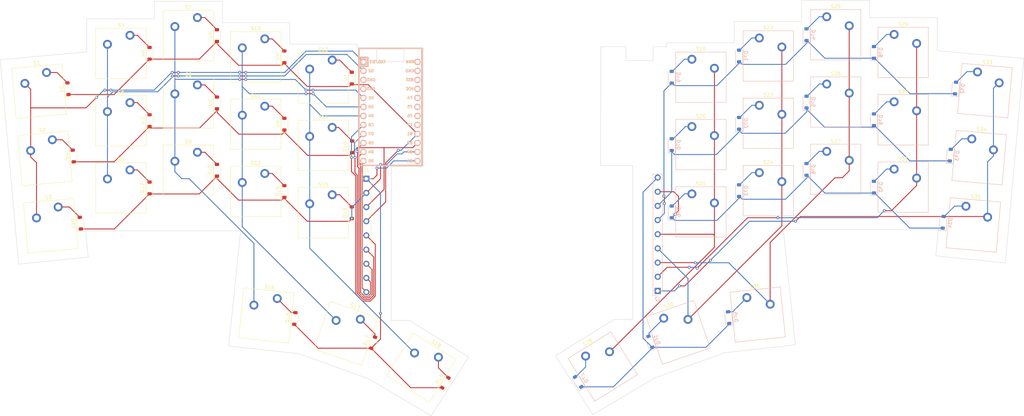
<source format=kicad_pcb>
(kicad_pcb (version 20221018) (generator pcbnew)
  (layers (0 "F.Cu" signal) (31 "B.Cu" signal) (34 "B.Paste" user) (35 "F.Paste" user) (36 "B.SilkS" user "B.Silkscreen") (37 "F.SilkS" user "F.Silkscreen") (38 "B.Mask" user) (39 "F.Mask" user) (44 "Edge.Cuts" user))
  (net 0 "")
  (net 1 "R4")
  (net 2 "Net-(D1-A)")
  (net 3 "Net-(D2-A)")
  (net 4 "Net-(D3-A)")
  (net 5 "Net-(D4-A)")
  (net 7 "Net-(D5-A)")
  (net 8 "R3")
  (net 9 "Net-(D6-A)")
  (net 10 "Net-(D7-A)")
  (net 11 "Net-(D8-A)")
  (net 12 "Net-(D9-A)")
  (net 13 "Net-(D10-A)")
  (net 14 "R2")
  (net 15 "Net-(D11-A)")
  (net 16 "Net-(D12-A)")
  (net 17 "Net-(D13-A)")
  (net 18 "Net-(D14-A)")
  (net 19 "Net-(D15-A)")
  (net 20 "R1")
  (net 21 "Net-(D16-A)")
  (net 22 "Net-(D17-A)")
  (net 23 "Net-(D18-A)")
  (net 24 "Net-(D19-A)")
  (net 25 "Net-(D20-A)")
  (net 26 "Net-(D21-A)")
  (net 27 "Net-(D22-A)")
  (net 28 "Net-(D23-A)")
  (net 29 "Net-(D24-A)")
  (net 30 "Net-(D25-A)")
  (net 31 "Net-(D26-A)")
  (net 32 "Net-(D27-A)")
  (net 33 "Net-(D28-A)")
  (net 34 "Net-(D29-A)")
  (net 35 "Net-(D30-A)")
  (net 36 "Net-(D31-A)")
  (net 37 "Net-(D32-A)")
  (net 38 "Net-(D33-A)")
  (net 39 "Net-(D34-A)")
  (net 40 "Net-(D35-A)")
  (net 41 "Net-(D36-A)")
  (net 42 "C6")
  (net 43 "C7")
  (net 44 "C8")
  (net 45 "C9")
  (net 46 "C10")
  (net 47 "C1")
  (net 48 "C2")
  (net 49 "C3")
  (net 50 "C4")
  (net 51 "C5")
  (footprint "Diode_SMD:D_SOD-123" (layer "F.Cu") (at 88.9 95.603631 90)
    (fp_text reference "D14")
    (fp_text value "D_Small")
  )
  (footprint "Diode_SMD:D_SOD-123" (layer "F.Cu") (at 88.9 57.603631 90)
    (fp_text reference "D4")
    (fp_text value "D_Small")
  )
  (footprint "Switch_Keyboard_Cherry_MX:SW_Cherry_MX_PCB_1.00u" (layer "F.Cu") (at 61.847381 70.603631)
    (fp_text reference "S8")
    (fp_text value "SW_Push")
  )
  (footprint "Switch_Keyboard_Cherry_MX:SW_Cherry_MX_PCB_1.00u" (layer "F.Cu") (at 80.847381 76.603631)
    (fp_text reference "S11")
    (fp_text value "SW_Push")
  )
  (footprint "Diode_SMD:D_SOD-123" (layer "F.Cu") (at 29.382957 85.577738 95)
    (fp_text reference "D6")
    (fp_text value "D_Small")
  )
  (footprint "Diode_SMD:D_SOD-123" (layer "F.Cu") (at 91.853649 131.434063 84)
    (fp_text reference "D16")
    (fp_text value "D_Small")
  )
  (footprint "Switch_Keyboard_Cherry_MX:SW_Cherry_MX_PCB_1.00u" (layer "F.Cu") (at 21.41117 86.275179 5)
    (fp_text reference "S2")
    (fp_text value "SW_Push")
  )
  (footprint "Diode_SMD:D_SOD-123" (layer "F.Cu") (at 50.9 75.603631 90)
    (fp_text reference "D7")
    (fp_text value "D_Small")
  )
  (footprint "Switch_Keyboard_Cherry_MX:SW_Cherry_MX_PCB_1.00u" (layer "F.Cu") (at 42.847381 75.603631)
    (fp_text reference "S5")
    (fp_text value "SW_Push")
  )
  (footprint "Diode_SMD:D_SOD-123" (layer "F.Cu") (at 69.9 89.603631 90)
    (fp_text reference "D13")
    (fp_text value "D_Small")
  )
  (footprint "Diode_SMD:D_SOD-123" (layer "F.Cu") (at 27.9 66.6 95)
    (fp_text reference "D1")
    (fp_text value "D_Small")
  )
  (footprint "Switch_Keyboard_Cherry_MX:SW_Cherry_MX_PCB_1.00u" (layer "F.Cu") (at 42.847381 94.603631)
    (fp_text reference "S6")
    (fp_text value "SW_Push")
  )
  (footprint "Diode_SMD:D_SOD-123" (layer "F.Cu") (at 113.910976 138.2753 71)
    (fp_text reference "D17")
    (fp_text value "D_Small")
  )
  (footprint "Diode_SMD:D_SOD-123" (layer "F.Cu") (at 107.9 63.6 90)
    (fp_text reference "D5")
    (fp_text value "D_Small")
  )
  (footprint "Switch_Keyboard_Cherry_MX:SW_Cherry_MX_PCB_1.00u" (layer "F.Cu") (at 19.773893 67.305414 5)
    (fp_text reference "S1")
    (fp_text value "SW_Push")
  )
  (footprint "Switch_Keyboard_Cherry_MX:SW_Cherry_MX_PCB_1.00u" (layer "F.Cu") (at 61.847381 51.603631)
    (fp_text reference "S7")
    (fp_text value "SW_Push")
  )
  (footprint "Switch_Keyboard_Cherry_MX:SW_Cherry_MX_PCB_1.00u" (layer "F.Cu") (at 83.842328 130.592039 -6)
    (fp_text reference "S16")
    (fp_text value "SW_Push")
  )
  (footprint "Switch_Keyboard_Cherry_MX:SW_Cherry_MX_PCB_1.00u" (layer "F.Cu") (at 80.847381 57.603631)
    (fp_text reference "S10")
    (fp_text value "SW_Push")
  )
  (footprint "Switch_Keyboard_Cherry_MX:SW_Cherry_MX_PCB_1.00u" (layer "F.Cu") (at 127.475976 145.33504 -32)
    (fp_text reference "S18")
    (fp_text value "SW_Push")
  )
  (footprint "Switch_Keyboard_Cherry_MX:SW_Cherry_MX_PCB_1.00u" (layer "F.Cu") (at 42.847381 56.603631)
    (fp_text reference "S4")
    (fp_text value "SW_Push")
  )
  (footprint "Diode_SMD:D_SOD-123" (layer "F.Cu") (at 107.9 101.603631 90)
    (fp_text reference "D15")
    (fp_text value "D_Small")
  )
  (footprint "Diode_SMD:D_SOD-123" (layer "F.Cu") (at 108 83 90)
    (fp_text reference "D10")
    (fp_text value "D_Small")
  )
  (footprint "Switch_Keyboard_Cherry_MX:SW_Cherry_MX_PCB_1.00u" (layer "F.Cu") (at 106.260952 135.641185 -19)
    (fp_text reference "S17")
    (fp_text value "SW_Push")
  )
  (footprint "MX:1x9 4mm" (layer "F.Cu") (at 112 92)
    (fp_text reference "J1")
    (fp_text value "Conn_01x09")
  )
  (footprint "Diode_SMD:D_SOD-123" (layer "F.Cu") (at 50.9 94.6 90)
    (fp_text reference "D12")
    (fp_text value "D_Small")
  )
  (footprint "Diode_SMD:D_SOD-123" (layer "F.Cu") (at 69.9 70.603631 90)
    (fp_text reference "D8")
    (fp_text value "D_Small")
  )
  (footprint "Switch_Keyboard_Cherry_MX:SW_Cherry_MX_PCB_1.00u" (layer "F.Cu") (at 23.059801 105.263719 5)
    (fp_text reference "S3")
    (fp_text value "SW_Push")
  )
  (footprint "Switch_Keyboard_Cherry_MX:SW_Cherry_MX_PCB_1.00u" (layer "F.Cu") (at 99.847381 82.603631)
    (fp_text reference "S14")
    (fp_text value "SW_Push")
  )
  (footprint "Diode_SMD:D_SOD-123" (layer "F.Cu") (at 50.9 56.6 90)
    (fp_text reference "D2")
    (fp_text value "D_Small")
  )
  (footprint "Diode_SMD:D_SOD-123" (layer "F.Cu") (at 88.9 76.603631 90)
    (fp_text reference "D9")
    (fp_text value "D_Small")
  )
  (footprint "Keebio-Parts:ArduinoProMicro" (layer "F.Cu") (at 118.8 73 -90)
    (fp_text reference "U2" hide)
    (fp_text value "ProMicro" hide)
  )
  (footprint "Switch_Keyboard_Cherry_MX:SW_Cherry_MX_PCB_1.00u" (layer "F.Cu") (at 99.847381 63.603631)
    (fp_text reference "S13")
    (fp_text value "SW_Push")
  )
  (footprint "Diode_SMD:D_SOD-123" (layer "F.Cu") (at 134.260361 149.574394 58)
    (fp_text reference "D18")
    (fp_text value "D_Small")
  )
  (footprint "Diode_SMD:D_SOD-123" (layer "F.Cu") (at 31.379293 104.535858 95)
    (fp_text reference "D11")
    (fp_text value "D_Small")
  )
  (footprint "Diode_SMD:D_SOD-123" (layer "F.Cu") (at 69.9 51.603631 90)
    (fp_text reference "D3")
    (fp_text value "D_Small")
  )
  (footprint "Switch_Keyboard_Cherry_MX:SW_Cherry_MX_PCB_1.00u" (layer "F.Cu") (at 80.847381 95.603631)
    (fp_text reference "S12")
    (fp_text value "SW_Push")
  )
  (footprint "Switch_Keyboard_Cherry_MX:SW_Cherry_MX_PCB_1.00u" (layer "F.Cu") (at 61.847381 89.603631)
    (fp_text reference "S9")
    (fp_text value "SW_Push")
  )
  (footprint "Switch_Keyboard_Cherry_MX:SW_Cherry_MX_PCB_1.00u" (layer "F.Cu") (at 99.847381 101.603631)
    (fp_text reference "S15")
    (fp_text value "SW_Push")
  )
  (footprint "Switch_Keyboard_Cherry_MX:SW_Cherry_MX_PCB_1.00u" (layer "B.Cu") (at 263.304012 94.364039 180)
    (fp_text reference "S31")
    (fp_text value "SW_Push")
  )
  (footprint "Switch_Keyboard_Cherry_MX:SW_Cherry_MX_PCB_1.00u" (layer "B.Cu") (at 225.304012 57.364039 180)
    (fp_text reference "S22")
    (fp_text value "SW_Push")
  )
  (footprint "Switch_Keyboard_Cherry_MX:SW_Cherry_MX_PCB_1.00u" (layer "B.Cu") (at 244.304012 51.364039 180)
    (fp_text reference "S25")
    (fp_text value "SW_Push")
  )
  (footprint "Diode_SMD:D_SOD-123" (layer "B.Cu") (at 198.071275 63.360408 90)
    (fp_text reference "D19")
    (fp_text value "D_Small")
  )
  (footprint "Switch_Keyboard_Cherry_MX:SW_Cherry_MX_PCB_1.00u" (layer "B.Cu") (at 178.648048 145 -148)
    (fp_text reference "S28")
    (fp_text value "SW_Push")
  )
  (footprint "Switch_Keyboard_Cherry_MX:SW_Cherry_MX_PCB_1.00u" (layer "B.Cu") (at 284.739538 86.051285 175)
    (fp_text reference "S34")
    (fp_text value "SW_Push")
  )
  (footprint "Diode_SMD:D_SOD-123" (layer "B.Cu") (at 217.071275 95.364039 90)
    (fp_text reference "D23")
    (fp_text value "D_Small")
  )
  (footprint "Diode_SMD:D_SOD-123" (layer "B.Cu") (at 255.071275 56.360408 90)
    (fp_text reference "D28")
    (fp_text value "D_Small")
  )
  (footprint "Diode_SMD:D_SOD-123" (layer "B.Cu") (at 198.071275 82.360408 90)
    (fp_text reference "D20")
    (fp_text value "D_Small")
  )
  (footprint "Switch_Keyboard_Cherry_MX:SW_Cherry_MX_PCB_1.00u" (layer "B.Cu") (at 225.304012 76.364039 180)
    (fp_text reference "S23")
    (fp_text value "SW_Push")
  )
  (footprint "Switch_Keyboard_Cherry_MX:SW_Cherry_MX_PCB_1.00u" (layer "B.Cu") (at 263.304012 75.364039 180)
    (fp_text reference "S30")
    (fp_text value "SW_Push")
  )
  (footprint "Diode_SMD:D_SOD-123" (layer "B.Cu") (at 255.071275 75.360408 90)
    (fp_text reference "D29")
    (fp_text value "D_Small")
  )
  (footprint "Diode_SMD:D_SOD-123" (layer "B.Cu") (at 198.071275 101.360408 90)
    (fp_text reference "D36")
    (fp_text value "D_Small")
  )
  (footprint "Switch_Keyboard_Cherry_MX:SW_Cherry_MX_PCB_1.00u" (layer "B.Cu") (at 206.304012 63.364039 180)
    (fp_text reference "S19")
    (fp_text value "SW_Push")
  )
  (footprint "Diode_SMD:D_SOD-123" (layer "B.Cu") (at 214.117626 131.194471 96)
    (fp_text reference "D35")
    (fp_text value "D_Small")
  )
  (footprint "Diode_SMD:D_SOD-123" (layer "B.Cu") (at 274.591982 104.296266 85)
    (fp_text reference "D34")
    (fp_text value "D_Small")
  )
  (footprint "Diode_SMD:D_SOD-123" (layer "B.Cu") (at 278.081912 66.411372 85)
    (fp_text reference "D32")
    (fp_text value "D_Small")
  )
  (footprint "Diode_SMD:D_SOD-123" (layer "B.Cu") (at 192.060299 138.035708 109)
    (fp_text reference "D31")
    (fp_text value "D_Small")
  )
  (footprint "Diode_SMD:D_SOD-123" (layer "B.Cu") (at 217.071275 76.360408 90)
    (fp_text reference "D22")
    (fp_text value "D_Small")
  )
  (footprint "Switch_Keyboard_Cherry_MX:SW_Cherry_MX_PCB_1.00u" (layer "B.Cu") (at 244.304012 70.364039 180)
    (fp_text reference "S26")
    (fp_text value "SW_Push")
  )
  (footprint "Switch_Keyboard_Cherry_MX:SW_Cherry_MX_PCB_1.00u" (layer "B.Cu") (at 206.304012 101.364039 180)
    (fp_text reference "S21")
    (fp_text value "SW_Push")
  )
  (footprint "Switch_Keyboard_Cherry_MX:SW_Cherry_MX_PCB_1.00u" (layer "B.Cu") (at 199.880628 135.342953 -161)
    (fp_text reference "S32")
    (fp_text value "SW_Push")
  )
  (footprint "Diode_SMD:D_SOD-123" (layer "B.Cu") (at 276.588318 85.338146 85)
    (fp_text reference "D33")
    (fp_text value "D_Small")
  )
  (footprint "Diode_SMD:D_SOD-123" (layer "B.Cu") (at 217.071275 57.364039 90)
    (fp_text reference "D21")
    (fp_text value "D_Small")
  )
  (footprint "MX:1x9 4mm" (layer "B.Cu") (at 194.124024 123.66496)
    (fp_text reference "J2")
    (fp_text value "Conn_01x09")
  )
  (footprint "Switch_Keyboard_Cherry_MX:SW_Cherry_MX_PCB_1.00u" (layer "B.Cu") (at 244.304012 89.364039 180)
    (fp_text reference "S27")
    (fp_text value "SW_Push")
  )
  (footprint "Diode_SMD:D_SOD-123" (layer "B.Cu") (at 236.071275 70.364039 90)
    (fp_text reference "D25")
    (fp_text value "D_Small")
  )
  (footprint "Switch_Keyboard_Cherry_MX:SW_Cherry_MX_PCB_1.00u" (layer "B.Cu") (at 283.090907 105.039825 175)
    (fp_text reference "S35")
    (fp_text value "SW_Push")
  )
  (footprint "Switch_Keyboard_Cherry_MX:SW_Cherry_MX_PCB_1.00u" (layer "B.Cu") (at 206.304012 82.364039 180)
    (fp_text reference "S20")
    (fp_text value "SW_Push")
  )
  (footprint "Switch_Keyboard_Cherry_MX:SW_Cherry_MX_PCB_1.00u" (layer "B.Cu") (at 263.304012 56.364039 180)
    (fp_text reference "S29")
    (fp_text value "SW_Push")
  )
  (footprint "Switch_Keyboard_Cherry_MX:SW_Cherry_MX_PCB_1.00u" (layer "B.Cu") (at 286.356529 67.135307 175)
    (fp_text reference "S33")
    (fp_text value "SW_Push")
  )
  (footprint "Diode_SMD:D_SOD-123" (layer "B.Cu") (at 171.710914 149.334802 122)
    (fp_text reference "D27")
    (fp_text value "D_Small")
  )
  (footprint "Switch_Keyboard_Cherry_MX:SW_Cherry_MX_PCB_1.00u" (layer "B.Cu") (at 222.308078 130.333619 -174)
    (fp_text reference "S36")
    (fp_text value "SW_Push")
  )
  (footprint "Diode_SMD:D_SOD-123" (layer "B.Cu") (at 236.071275 51.364039 90)
    (fp_text reference "D24")
    (fp_text value "D_Small")
  )
  (footprint "Diode_SMD:D_SOD-123" (layer "B.Cu") (at 236.071275 89.364039 90)
    (fp_text reference "D26")
    (fp_text value "D_Small")
  )
  (footprint "Switch_Keyboard_Cherry_MX:SW_Cherry_MX_PCB_1.00u" (layer "B.Cu") (at 225.304012 95.364039 180)
    (fp_text reference "S24")
    (fp_text value "SW_Push")
  )
  (footprint "Diode_SMD:D_SOD-123" (layer "B.Cu") (at 255.071275 94.364039 90)
    (fp_text reference "D30")
    (fp_text value "D_Small")
  )
  (gr_line (start 81.5 48) (end 90.45 48) (stroke (width 0.1)) (layer "Edge.Cuts"))
  (gr_line (start 119 132) (end 124.25 132) (stroke (width 0.1)) (layer "Edge.Cuts"))
  (gr_line (start 112.7 148.5) (end 93 141.4) (stroke (width 0.1)) (layer "Edge.Cuts"))
  (gr_line (start 14 116.1) (end 8.8 58.4) (stroke (width 0.1)) (layer "Edge.Cuts"))
  (gr_line (start 119 90.4) (end 119 132) (stroke (width 0.1)) (layer "Edge.Cuts"))
  (gr_line (start 124.25 132) (end 140.8 142.3) (stroke (width 0.1)) (layer "Edge.Cuts"))
  (gr_line (start 71.45 41.95) (end 71.45 48) (stroke (width 0.1)) (layer "Edge.Cuts"))
  (gr_line (start 32.9 106.7) (end 56.8 106.7) (stroke (width 0.1)) (layer "Edge.Cuts"))
  (gr_line (start 122.6 59) (end 122.6 55.1) (stroke (width 0.1)) (layer "Edge.Cuts"))
  (gr_line (start 114.95 59) (end 122.6 59) (stroke (width 0.1)) (layer "Edge.Cuts"))
  (gr_line (start 33.6 114.1) (end 32.9 106.7) (stroke (width 0.1)) (layer "Edge.Cuts"))
  (gr_line (start 109.45 54) (end 109.45 55.1) (stroke (width 0.1)) (layer "Edge.Cuts"))
  (gr_poly (pts (xy 175.824024 158.56496) (xy 193.424024 148.16496) (xy 213.124024 141.06496) (xy 232.924024 138.86496) (xy 229.524024 106.36496) (xy 273.224024 106.36496) (xy 272.524024 113.76496) (xy 292.124024 115.76496) (xy 297.324024 58.06496) (xy 272.924024 55.86496) (xy 272.924024 46.56496) (xy 253.924024 46.56496) (xy 253.924024 41.61496) (xy 234.674024 41.61496) (xy 234.674024 47.66496) (xy 215.674024 47.66496) (xy 215.674024 53.66496) (xy 196.674024 53.66496) (xy 196.674024 54.76496) (xy 192.824024 54.76496) (xy 192.824024 58.66496) (xy 185.174024 58.66496) (xy 185.174024 54.76496) (xy 178.074024 54.76496) (xy 178.024024 88.26496) (xy 187.124024 88.26496) (xy 187.124024 131.66496) (xy 181.874024 131.66496) (xy 165.324024 141.96496)) (stroke (width 0.1)) (fill none) (layer "Edge.Cuts"))
  (gr_line (start 33.2 56.2) (end 33.2 46.9) (stroke (width 0.1)) (layer "Edge.Cuts"))
  (gr_line (start 90.45 48) (end 90.45 54) (stroke (width 0.1)) (layer "Edge.Cuts"))
  (gr_line (start 128.05 88.6) (end 119 88.6) (stroke (width 0.1)) (layer "Edge.Cuts"))
  (gr_line (start 56.8 106.7) (end 76.6 106.7) (stroke (width 0.1)) (layer "Edge.Cuts"))
  (gr_line (start 14 116.1) (end 33.6 114.1) (stroke (width 0.1)) (layer "Edge.Cuts"))
  (gr_line (start 109.45 55.1) (end 114.95 55.1) (stroke (width 0.1)) (layer "Edge.Cuts"))
  (gr_line (start 130.3 158.9) (end 140.8 142.3) (stroke (width 0.1)) (layer "Edge.Cuts"))
  (gr_line (start 52.2 41.95) (end 71.45 41.95) (stroke (width 0.1)) (layer "Edge.Cuts"))
  (gr_line (start 33.2 46.9) (end 52.2 46.9) (stroke (width 0.1)) (layer "Edge.Cuts"))
  (gr_line (start 93 141.4) (end 73.2 139.2) (stroke (width 0.1)) (layer "Edge.Cuts"))
  (gr_line (start 128.05 55.1) (end 128.05 88.6) (stroke (width 0.1)) (layer "Edge.Cuts"))
  (gr_line (start 130.3 158.9) (end 112.7 148.5) (stroke (width 0.1)) (layer "Edge.Cuts"))
  (gr_line (start 119 88.6) (end 119 90.4) (stroke (width 0.1)) (layer "Edge.Cuts"))
  (gr_line (start 8.8 58.4) (end 33.2 56.2) (stroke (width 0.1)) (layer "Edge.Cuts"))
  (gr_line (start 71.45 48) (end 81.5 48) (stroke (width 0.1)) (layer "Edge.Cuts"))
  (gr_line (start 73.2 139.2) (end 76.6 106.7) (stroke (width 0.1)) (layer "Edge.Cuts"))
  (gr_line (start 52.2 46.9) (end 52.2 41.95) (stroke (width 0.1)) (layer "Edge.Cuts"))
  (gr_line (start 122.6 55.1) (end 128.05 55.1) (stroke (width 0.1)) (layer "Edge.Cuts"))
  (gr_line (start 114.95 55.1) (end 114.95 59) (stroke (width 0.1)) (layer "Edge.Cuts"))
  (gr_line (start 90.45 54) (end 109.45 54) (stroke (width 0.1)) (layer "Edge.Cuts"))
  (segment (start 88.9 59.253631) (end 88.175 59.978631) (width 0.25) (layer "F.Cu") (net 1))
  (segment (start 108.0987 65.4487) (end 112.5187 65.4487) (width 0.25) (layer "F.Cu") (net 1))
  (segment (start 95.374614 65.978631) (end 107.171369 65.978631) (width 0.25) (layer "F.Cu") (net 1))
  (segment (start 117.45 87.55) (end 121 84) (width 0.25) (layer "F.Cu") (net 1))
  (segment (start 69.9 53.9) (end 69.9 53.253631) (width 0.25) (layer "F.Cu") (net 1))
  (segment (start 40.906279 68.243721) (end 50.9 58.25) (width 0.25) (layer "F.Cu") (net 1))
  (segment (start 196 97) (end 195.882192 96.882192) (width 0.25) (layer "F.Cu") (net 1))
  (segment (start 196 99) (end 196 97) (width 0.25) (layer "F.Cu") (net 1))
  (segment (start 88.9 59.504017) (end 95.374614 65.978631) (width 0.25) (layer "F.Cu") (net 1))
  (segment (start 107.171369 65.978631) (end 107.9 65.25) (width 0.25) (layer "F.Cu") (net 1))
  (segment (start 112 104) (end 117.45 98.55) (width 0.25) (layer "F.Cu") (net 1))
  (segment (start 28.043807 68.243721) (end 40.906279 68.243721) (width 0.25) (layer "F.Cu") (net 1))
  (segment (start 112.5187 65.4487) (end 126.42 79.35) (width 0.25) (layer "F.Cu") (net 1))
  (segment (start 117.45 98.55) (end 117.45 87.55) (width 0.25) (layer "F.Cu") (net 1))
  (segment (start 107.9 65.25) (end 108.0987 65.4487) (width 0.25) (layer "F.Cu") (net 1))
  (segment (start 88.9 59.253631) (end 88.9 59.504017) (width 0.25) (layer "F.Cu") (net 1))
  (segment (start 75.978631 59.978631) (end 69.9 53.9) (width 0.25) (layer "F.Cu") (net 1))
  (segment (start 64.903631 58.25) (end 69.9 53.253631) (width 0.25) (layer "F.Cu") (net 1))
  (segment (start 50.9 58.25) (end 64.903631 58.25) (width 0.25) (layer "F.Cu") (net 1))
  (segment (start 88.175 59.978631) (end 75.978631 59.978631) (width 0.25) (layer "F.Cu") (net 1))
  (via (at 196 99) (size 0.8) (drill 0.4) (layers "F.Cu" "B.Cu") (net 1))
  (via (at 121 84) (size 0.8) (drill 0.4) (layers "F.Cu" "B.Cu") (net 1))
  (via (at 195.882192 96.882192) (size 0.8) (drill 0.4) (layers "F.Cu" "B.Cu") (net 1))
  (segment (start 278.103574 67.99009) (end 265.241102 67.99009) (width 0.25) (layer "B.Cu") (net 1))
  (segment (start 217.972381 59.725) (end 230.16875 59.725) (width 0.25) (layer "B.Cu") (net 1))
  (segment (start 121.77 84) (end 126.42 79.35) (width 0.25) (layer "B.Cu") (net 1))
  (segment (start 195.882192 96.882192) (end 195.882192 67.199491) (width 0.25) (layer "B.Cu") (net 1))
  (segment (start 265.241102 67.99009) (end 255.247381 57.996369) (width 0.25) (layer "B.Cu") (net 1))
  (segment (start 241.24375 57.996369) (end 236.247381 53) (width 0.25) (layer "B.Cu") (net 1))
  (segment (start 217.247381 59) (end 217.972381 59.725) (width 0.25) (layer "B.Cu") (net 1))
  (segment (start 194.124024 103.66496) (end 196 101.788984) (width 0.25) (layer "B.Cu") (net 1))
  (segment (start 217.247381 59) (end 217.247381 59.250386) (width 0.25) (layer "B.Cu") (net 1))
  (segment (start 255.247381 57.996369) (end 241.24375 57.996369) (width 0.25) (layer "B.Cu") (net 1))
  (segment (start 195.882192 67.199491) (end 198.071275 65.010408) (width 0.25) (layer "B.Cu") (net 1))
  (segment (start 198.976012 65.725) (end 198.247381 64.996369) (width 0.25) (layer "B.Cu") (net 1))
  (segment (start 217.247381 59.250386) (end 210.772767 65.725) (width 0.25) (layer "B.Cu") (net 1))
  (segment (start 196 101.788984) (end 196 99) (width 0.25) (layer "B.Cu") (net 1))
  (segment (start 230.16875 59.725) (end 236.247381 53.646369) (width 0.25) (layer "B.Cu") (net 1))
  (segment (start 236.247381 53.646369) (end 236.247381 53) (width 0.25) (layer "B.Cu") (net 1))
  (segment (start 210.772767 65.725) (end 198.976012 65.725) (width 0.25) (layer "B.Cu") (net 1))
  (segment (start 121 84) (end 121.77 84) (width 0.25) (layer "B.Cu") (net 1))
  (segment (start 21.861476 62.023369) (end 24.823283 62.023369) (width 0.25) (layer "F.Cu") (net 2))
  (segment (start 24.823283 62.023369) (end 27.756193 64.956279) (width 0.25) (layer "F.Cu") (net 2))
  (segment (start 47.473631 51.523631) (end 50.9 54.95) (width 0.25) (layer "F.Cu") (net 3))
  (segment (start 45.387381 51.523631) (end 47.473631 51.523631) (width 0.25) (layer "F.Cu") (net 3))
  (segment (start 64.387381 46.523631) (end 66.47 46.523631) (width 0.25) (layer "F.Cu") (net 4))
  (segment (start 66.47 46.523631) (end 69.9 49.953631) (width 0.25) (layer "F.Cu") (net 4))
  (segment (start 85.47 52.523631) (end 88.9 55.953631) (width 0.25) (layer "F.Cu") (net 5))
  (segment (start 83.387381 52.523631) (end 85.47 52.523631) (width 0.25) (layer "F.Cu") (net 5))
  (segment (start 104.473631 58.523631) (end 107.9 61.95) (width 0.25) (layer "F.Cu") (net 7))
  (segment (start 102.387381 58.523631) (end 104.473631 58.523631) (width 0.25) (layer "F.Cu") (net 7))
  (segment (start 107.271369 85.428631) (end 108 84.7) (width 0.25) (layer "F.Cu") (net 8))
  (segment (start 40.932172 87.221459) (end 50.9 77.253631) (width 0.25) (layer "F.Cu") (net 8))
  (segment (start 125.0813 83.2287) (end 126.42 81.89) (width 0.25) (layer "F.Cu") (net 8))
  (segment (start 108 84.65) (end 109.4213 83.2287) (width 0.25) (layer "F.Cu") (net 8))
  (segment (start 95.474614 85.428631) (end 107.271369 85.428631) (width 0.25) (layer "F.Cu") (net 8))
  (segment (start 29.526764 87.221459) (end 40.932172 87.221459) (width 0.25) (layer "F.Cu") (net 8))
  (segment (start 119 83.2287) (end 125.0813 83.2287) (width 0.25) (layer "F.Cu") (net 8))
  (segment (start 112 100) (end 117 95) (width 0.25) (layer "F.Cu") (net 8))
  (segment (start 89 78.954017) (end 95.474614 85.428631) (width 0.25) (layer "F.Cu") (net 8))
  (segment (start 89 78.703631) (end 88.275 79.428631) (width 0.25) (layer "F.Cu") (net 8))
  (segment (start 117 95) (end 117 83.2287) (width 0.25) (layer "F.Cu") (net 8))
  (segment (start 76.078631 79.428631) (end 70 73.35) (width 0.25) (layer "F.Cu") (net 8))
  (segment (start 70 73.35) (end 70 72.703631) (width 0.25) (layer "F.Cu") (net 8))
  (segment (start 65.003631 77.7) (end 70 72.703631) (width 0.25) (layer "F.Cu") (net 8))
  (segment (start 88.275 79.428631) (end 76.078631 79.428631) (width 0.25) (layer "F.Cu") (net 8))
  (segment (start 51 77.7) (end 65.003631 77.7) (width 0.25) (layer "F.Cu") (net 8))
  (segment (start 109.4213 83.2287) (end 119 83.2287) (width 0.25) (layer "F.Cu") (net 8))
  (segment (start 89 78.703631) (end 89 78.954017) (width 0.25) (layer "F.Cu") (net 8))
  (segment (start 198.071275 95.717709) (end 198.071275 84.010408) (width 0.25) (layer "B.Cu") (net 8))
  (segment (start 236.147381 73.096369) (end 236.147381 72.45) (width 0.25) (layer "B.Cu") (net 8))
  (segment (start 217.147381 78.45) (end 217.147381 78.700386) (width 0.25) (layer "B.Cu") (net 8))
  (segment (start 241.14375 77.446369) (end 236.147381 72.45) (width 0.25) (layer "B.Cu") (net 8))
  (segment (start 276.620617 86.967828) (end 265.215209 86.967828) (width 0.25) (layer "B.Cu") (net 8))
  (segment (start 210.672767 85.175) (end 198.876012 85.175) (width 0.25) (layer "B.Cu") (net 8))
  (segment (start 217.147381 78.45) (end 217.872381 79.175) (width 0.25) (layer "B.Cu") (net 8))
  (segment (start 198.876012 85.175) (end 198.147381 84.446369) (width 0.25) (layer "B.Cu") (net 8))
  (segment (start 265.215209 86.967828) (end 255.247381 77) (width 0.25) (layer "B.Cu") (net 8))
  (segment (start 217.872381 79.175) (end 230.06875 79.175) (width 0.25) (layer "B.Cu") (net 8))
  (segment (start 255.147381 77.446369) (end 241.14375 77.446369) (width 0.25) (layer "B.Cu") (net 8))
  (segment (start 194.124024 99.66496) (end 198.071275 95.717709) (width 0.25) (layer "B.Cu") (net 8))
  (segment (start 217.147381 78.700386) (end 210.672767 85.175) (width 0.25) (layer "B.Cu") (net 8))
  (segment (start 230.06875 79.175) (end 236.147381 73.096369) (width 0.25) (layer "B.Cu") (net 8))
  (segment (start 26.298267 80.993134) (end 29.23915 83.934017) (width 0.25) (layer "F.Cu") (net 9))
  (segment (start 23.498753 80.993134) (end 26.298267 80.993134) (width 0.25) (layer "F.Cu") (net 9))
  (segment (start 47.47 70.523631) (end 50.9 73.953631) (width 0.25) (layer "F.Cu") (net 10))
  (segment (start 45.387381 70.523631) (end 47.47 70.523631) (width 0.25) (layer "F.Cu") (net 10))
  (segment (start 64.387381 65.523631) (end 66.47 65.523631) (width 0.25) (layer "F.Cu") (net 11))
  (segment (start 66.47 65.523631) (end 69.9 68.953631) (width 0.25) (layer "F.Cu") (net 11))
  (segment (start 83.387381 71.523631) (end 85.47 71.523631) (width 0.25) (layer "F.Cu") (net 12))
  (segment (start 85.47 71.523631) (end 88.9 74.953631) (width 0.25) (layer "F.Cu") (net 12))
  (segment (start 104.173631 77.523631) (end 108 81.35) (width 0.25) (layer "F.Cu") (net 13))
  (segment (start 102.387381 77.523631) (end 104.173631 77.523631) (width 0.25) (layer "F.Cu") (net 13))
  (segment (start 69.9 91.95) (end 69.9 91.303631) (width 0.25) (layer "F.Cu") (net 14))
  (segment (start 200 97) (end 199.974012 97.025988) (width 0.25) (layer "F.Cu") (net 14))
  (segment (start 88.175 98.028631) (end 75.978631 98.028631) (width 0.25) (layer "F.Cu") (net 14))
  (segment (start 40.970421 106.179579) (end 50.9 96.25) (width 0.25) (layer "F.Cu") (net 14))
  (segment (start 88.9 97.554017) (end 95.374614 104.028631) (width 0.25) (layer "F.Cu") (net 14))
  (segment (start 116 88) (end 116 92) (width 0.25) (layer "F.Cu") (net 14))
  (segment (start 88.9 97.303631) (end 88.9 97.554017) (width 0.25) (layer "F.Cu") (net 14))
  (segment (start 116 92) (end 112 96) (width 0.25) (layer "F.Cu") (net 14))
  (segment (start 194.124024 95.66496) (end 198.66496 95.66496) (width 0.25) (layer "F.Cu") (net 14))
  (segment (start 64.903631 96.3) (end 69.9 91.303631) (width 0.25) (layer "F.Cu") (net 14))
  (segment (start 198.66496 95.66496) (end 200 97) (width 0.25) (layer "F.Cu") (net 14))
  (segment (start 50.9 96.3) (end 64.903631 96.3) (width 0.25) (layer "F.Cu") (net 14))
  (segment (start 107.171369 104.028631) (end 107.9 103.3) (width 0.25) (layer "F.Cu") (net 14))
  (segment (start 31.5231 106.179579) (end 40.970421 106.179579) (width 0.25) (layer "F.Cu") (net 14))
  (segment (start 95.374614 104.028631) (end 107.171369 104.028631) (width 0.25) (layer "F.Cu") (net 14))
  (segment (start 75.978631 98.028631) (end 69.9 91.95) (width 0.25) (layer "F.Cu") (net 14))
  (segment (start 88.9 97.303631) (end 88.175 98.028631) (width 0.25) (layer "F.Cu") (net 14))
  (segment (start 199.974012 101.025988) (end 199 102) (width 0.25) (layer "F.Cu") (net 14))
  (segment (start 199.974012 97.025988) (end 199.974012 101.025988) (width 0.25) (layer "F.Cu") (net 14))
  (via (at 199 102) (size 0.8) (drill 0.4) (layers "F.Cu" "B.Cu") (net 14))
  (via (at 116 88) (size 0.8) (drill 0.4) (layers "F.Cu" "B.Cu") (net 14))
  (via (at 107.9 103.253631) (size 0.8) (drill 0.4) (layers "F.Cu" "B.Cu") (net 14))
  (segment (start 198.976012 103.775) (end 198.247381 103.046369) (width 0.25) (layer "B.Cu") (net 14))
  (segment (start 217.247381 97.05) (end 217.972381 97.775) (width 0.25) (layer "B.Cu") (net 14))
  (segment (start 122.57 84.43) (end 126.42 84.43) (width 0.25) (layer "B.Cu") (net 14))
  (segment (start 199 102) (end 199 102.081683) (width 0.25) (layer "B.Cu") (net 14))
  (segment (start 199 102.081683) (end 198.071275 103.010408) (width 0.25) (layer "B.Cu") (net 14))
  (segment (start 116 88) (end 117.7005 88) (width 0.25) (layer "B.Cu") (net 14))
  (segment (start 117.7005 88) (end 120.7005 85) (width 0.25) (layer "B.Cu") (net 14))
  (segment (start 112 96) (end 107.9 100.1) (width 0.25) (layer "B.Cu") (net 14))
  (segment (start 217.247381 97.300386) (end 210.772767 103.775) (width 0.25) (layer "B.Cu") (net 14))
  (segment (start 241.24375 96.046369) (end 236.247381 91.05) (width 0.25) (layer "B.Cu") (net 14))
  (segment (start 255.247381 96.046369) (end 241.24375 96.046369) (width 0.25) (layer "B.Cu") (net 14))
  (segment (start 210.772767 103.775) (end 198.976012 103.775) (width 0.25) (layer "B.Cu") (net 14))
  (segment (start 274.624281 105.925948) (end 265.17696 105.925948) (width 0.25) (layer "B.Cu") (net 14))
  (segment (start 217.972381 97.775) (end 230.16875 97.775) (width 0.25) (layer "B.Cu") (net 14))
  (segment (start 122 85) (end 122.57 84.43) (width 0.25) (layer "B.Cu") (net 14))
  (segment (start 230.16875 97.775) (end 236.247381 91.696369) (width 0.25) (layer "B.Cu") (net 14))
  (segment (start 107.9 100.1) (end 107.9 103.253631) (width 0.25) (layer "B.Cu") (net 14))
  (segment (start 217.247381 97.05) (end 217.247381 97.300386) (width 0.25) (layer "B.Cu") (net 14))
  (segment (start 236.247381 91.696369) (end 236.247381 91.05) (width 0.25) (layer "B.Cu") (net 14))
  (segment (start 265.17696 105.925948) (end 255.247381 95.996369) (width 0.25) (layer "B.Cu") (net 14))
  (segment (start 120.7005 85) (end 122 85) (width 0.25) (layer "B.Cu") (net 14))
  (segment (start 25.147384 99.981674) (end 28.325023 99.981674) (width 0.25) (layer "F.Cu") (net 15))
  (segment (start 28.325023 99.981674) (end 31.235486 102.892137) (width 0.25) (layer "F.Cu") (net 15))
  (segment (start 47.473631 89.523631) (end 50.9 92.95) (width 0.25) (layer "F.Cu") (net 16))
  (segment (start 45.387381 89.523631) (end 47.473631 89.523631) (width 0.25) (layer "F.Cu") (net 16))
  (segment (start 66.47 84.523631) (end 69.9 87.953631) (width 0.25) (layer "F.Cu") (net 17))
  (segment (start 64.387381 84.523631) (end 66.47 84.523631) (width 0.25) (layer "F.Cu") (net 17))
  (segment (start 83.387381 90.523631) (end 85.47 90.523631) (width 0.25) (layer "F.Cu") (net 18))
  (segment (start 85.47 90.523631) (end 88.9 93.953631) (width 0.25) (layer "F.Cu") (net 18))
  (segment (start 104.47 96.523631) (end 107.9 99.953631) (width 0.25) (layer "F.Cu") (net 19))
  (segment (start 102.387381 96.523631) (end 104.47 96.523631) (width 0.25) (layer "F.Cu") (net 19))
  (segment (start 98.441559 139.835406) (end 113.373789 139.835406) (width 0.25) (layer "F.Cu") (net 20))
  (segment (start 124.512056 150.973673) (end 133.385994 150.973673) (width 0.25) (layer "F.Cu") (net 20))
  (segment (start 91.681177 133.075024) (end 98.441559 139.835406) (width 0.25) (layer "F.Cu") (net 20))
  (segment (start 116 130) (end 116 137.209195) (width 0.25) (layer "F.Cu") (net 20))
  (segment (start 113.373789 139.835406) (end 124.512056 150.973673) (width 0.25) (layer "F.Cu") (net 20))
  (segment (start 115 89) (end 115 90.976) (width 0.25) (layer "F.Cu") (net 20))
  (segment (start 116 137.209195) (end 113.373789 139.835406) (width 0.25) (layer "F.Cu") (net 20))
  (segment (start 115 90.976) (end 113.976 92) (width 0.25) (layer "F.Cu") (net 20))
  (segment (start 113.976 92) (end 112 92) (width 0.25) (layer "F.Cu") (net 20))
  (via (at 116 130) (size 0.8) (drill 0.4) (layers "F.Cu" "B.Cu") (net 20))
  (via (at 115 89) (size 0.8) (drill 0.4) (layers "F.Cu" "B.Cu") (net 20))
  (segment (start 119.755805 86.97) (end 126.42 86.97) (width 0.25) (layer "B.Cu") (net 20))
  (segment (start 194.124024 91.66496) (end 190 95.788984) (width 0.25) (layer "B.Cu") (net 20))
  (segment (start 207.705822 139.581775) (end 192.773592 139.581775) (width 0.25) (layer "B.Cu") (net 20))
  (segment (start 181.635325 150.720042) (end 172.761387 150.720042) (width 0.25) (layer "B.Cu") (net 20))
  (segment (start 214.466204 132.821393) (end 207.705822 139.581775) (width 0.25) (layer "B.Cu") (net 20))
  (segment (start 112 92) (end 116 96) (width 0.25) (layer "B.Cu") (net 20))
  (segment (start 192.773592 139.581775) (end 181.635325 150.720042) (width 0.25) (layer "B.Cu") (net 20))
  (segment (start 117.725805 89) (end 119.755805 86.97) (width 0.25) (layer "B.Cu") (net 20))
  (segment (start 190 95.788984) (end 190 136.998328) (width 0.25) (layer "B.Cu") (net 20))
  (segment (start 116 96) (end 116 130) (width 0.25) (layer "B.Cu") (net 20))
  (segment (start 115 89) (end 117.725805 89) (width 0.25) (layer "B.Cu") (net 20))
  (segment (start 190 136.998328) (end 192.597486 139.595814) (width 0.25) (layer "B.Cu") (net 20))
  (segment (start 90.88715 129.793102) (end 92.026121 129.793102) (width 0.25) (layer "F.Cu") (net 21))
  (segment (start 86.899418 125.80537) (end 90.88715 129.793102) (width 0.25) (layer "F.Cu") (net 21))
  (segment (start 110.316455 131.664894) (end 114.448163 135.796602) (width 0.25) (layer "F.Cu") (net 22))
  (segment (start 114.448163 135.796602) (end 114.448163 136.715194) (width 0.25) (layer "F.Cu") (net 22))
  (segment (start 132.322008 145.362395) (end 135.134728 148.175115) (width 0.25) (layer "F.Cu") (net 23))
  (segment (start 132.322008 142.372951) (end 132.322008 145.362395) (width 0.25) (layer "F.Cu") (net 23))
  (segment (start 201.67375 58.27) (end 198.247381 61.696369) (width 0.25) (layer "B.Cu") (net 24))
  (segment (start 203.76 58.27) (end 201.67375 58.27) (width 0.25) (layer "B.Cu") (net 24))
  (segment (start 203.76 77.27) (end 201.97375 77.27) (width 0.25) (layer "B.Cu") (net 25))
  (segment (start 201.97375 77.27) (end 198.147381 81.096369) (width 0.25) (layer "B.Cu") (net 25))
  (segment (start 220.677381 52.27) (end 217.247381 55.7) (width 0.25) (layer "B.Cu") (net 26))
  (segment (start 222.76 52.27) (end 220.677381 52.27) (width 0.25) (layer "B.Cu") (net 26))
  (segment (start 222.76 71.27) (end 220.677381 71.27) (width 0.25) (layer "B.Cu") (net 27))
  (segment (start 220.677381 71.27) (end 217.247381 74.7) (width 0.25) (layer "B.Cu") (net 27))
  (segment (start 222.76 90.27) (end 220.677381 90.27) (width 0.25) (layer "B.Cu") (net 28))
  (segment (start 220.677381 90.27) (end 217.247381 93.7) (width 0.25) (layer "B.Cu") (net 28))
  (segment (start 241.76 46.27) (end 239.677381 46.27) (width 0.25) (layer "B.Cu") (net 29))
  (segment (start 239.677381 46.27) (end 236.247381 49.7) (width 0.25) (layer "B.Cu") (net 29))
  (segment (start 239.677381 65.27) (end 236.247381 68.7) (width 0.25) (layer "B.Cu") (net 30))
  (segment (start 241.76 65.27) (end 239.677381 65.27) (width 0.25) (layer "B.Cu") (net 30))
  (segment (start 241.76 84.27) (end 239.677381 84.27) (width 0.25) (layer "B.Cu") (net 31))
  (segment (start 239.677381 84.27) (end 236.247381 87.7) (width 0.25) (layer "B.Cu") (net 31))
  (segment (start 173.825373 142.11932) (end 173.825373 145.108764) (width 0.25) (layer "B.Cu") (net 32))
  (segment (start 173.825373 145.108764) (end 171.012653 147.921484) (width 0.25) (layer "B.Cu") (net 32))
  (segment (start 258.67375 51.27) (end 255.247381 54.696369) (width 0.25) (layer "B.Cu") (net 33))
  (segment (start 260.76 51.27) (end 258.67375 51.27) (width 0.25) (layer "B.Cu") (net 33))
  (segment (start 260.76 70.27) (end 258.677381 70.27) (width 0.25) (layer "B.Cu") (net 34))
  (segment (start 258.677381 70.27) (end 255.247381 73.7) (width 0.25) (layer "B.Cu") (net 34))
  (segment (start 260.76 89.27) (end 258.67375 89.27) (width 0.25) (layer "B.Cu") (net 35))
  (segment (start 258.67375 89.27) (end 255.247381 92.696369) (width 0.25) (layer "B.Cu") (net 35))
  (segment (start 191.699218 135.542971) (end 191.699218 136.461563) (width 0.25) (layer "B.Cu") (net 36))
  (segment (start 195.830926 131.411263) (end 191.699218 135.542971) (width 0.25) (layer "B.Cu") (net 36))
  (segment (start 284.285905 61.769738) (end 281.324098 61.769738) (width 0.25) (layer "B.Cu") (net 37))
  (segment (start 281.324098 61.769738) (end 278.391188 64.702648) (width 0.25) (layer "B.Cu") (net 37))
  (segment (start 279.849114 80.739503) (end 276.908231 83.680386) (width 0.25) (layer "B.Cu") (net 38))
  (segment (start 282.648628 80.739503) (end 279.849114 80.739503) (width 0.25) (layer "B.Cu") (net 38))
  (segment (start 277.822358 99.728043) (end 274.911895 102.638506) (width 0.25) (layer "B.Cu") (net 39))
  (segment (start 280.999997 99.728043) (end 277.822358 99.728043) (width 0.25) (layer "B.Cu") (net 39))
  (segment (start 215.260231 129.539471) (end 214.12126 129.539471) (width 0.25) (layer "B.Cu") (net 40))
  (segment (start 219.247963 125.551739) (end 215.260231 129.539471) (width 0.25) (layer "B.Cu") (net 40))
  (segment (start 203.76 96.27) (end 201.677381 96.27) (width 0.25) (layer "B.Cu") (net 41))
  (segment (start 201.677381 96.27) (end 198.247381 99.7) (width 0.25) (layer "B.Cu") (net 41))
  (segment (start 114.261396 125.375) (end 113.111396 126.525) (width 0.25) (layer "F.Cu") (net 42))
  (segment (start 210.11 111.354847) (end 210.11 108) (width 0.25) (layer "F.Cu") (net 42))
  (segment (start 109.025 124.595889) (end 109.025 121) (width 0.25) (layer "F.Cu") (net 42))
  (segment (start 114.525 125.111396) (end 114.261396 125.375) (width 0.25) (layer "F.Cu") (net 42))
  (segment (start 180.556473 140.908374) (end 210.11 111.354847) (width 0.25) (layer "F.Cu") (net 42))
  (segment (start 110.954111 126.525) (end 110.214555 125.785444) (width 0.25) (layer "F.Cu") (net 42))
  (segment (start 107.804698 89.966094) (end 107.804698 86.001078) (width 0.25) (layer "F.Cu") (net 42))
  (segment (start 209.77496 107.66496) (end 210.11 108) (width 0.25) (layer "F.Cu") (net 42))
  (segment (start 109.025 121) (end 109.025 91.186396) (width 0.25) (layer "F.Cu") (net 42))
  (segment (start 109.025 91.186396) (end 107.804698 89.966094) (width 0.25) (layer "F.Cu") (net 42))
  (segment (start 210.11 108) (end 210.11 98.81) (width 0.25) (layer "F.Cu") (net 42))
  (segment (start 194.124024 107.66496) (end 209.77496 107.66496) (width 0.25) (layer "F.Cu") (net 42))
  (segment (start 112 108) (end 114.525 110.525) (width 0.25) (layer "F.Cu") (net 42))
  (segment (start 114.525 110.525) (end 114.525 125.111396) (width 0.25) (layer "F.Cu") (net 42))
  (segment (start 110.214555 125.785444) (end 109.025 124.595889) (width 0.25) (layer "F.Cu") (net 42))
  (segment (start 210.11 60.81) (end 210.11 98.81) (width 0.25) (layer "F.Cu") (net 42))
  (segment (start 113.111396 126.525) (end 110.954111 126.525) (width 0.25) (layer "F.Cu") (net 42))
  (via (at 107.804698 86.001078) (size 0.8) (drill 0.4) (layers "F.Cu" "B.Cu") (net 42))
  (segment (start 107.804698 86.001078) (end 107.804698 80.185302) (width 0.25) (layer "B.Cu") (net 42))
  (segment (start 107.804698 80.185302) (end 111.18 76.81) (width 0.25) (layer "B.Cu") (net 42))
  (segment (start 114 125) (end 112.925 126.075) (width 0.25) (layer "F.Cu") (net 43))
  (segment (start 108.8042 90.3292) (end 108.8042 86) (width 0.25) (layer "F.Cu") (net 43))
  (segment (start 112 126.075) (end 111.140507 126.075) (width 0.25) (layer "F.Cu") (net 43))
  (segment (start 109.475 107) (end 109.475 91) (width 0.25) (layer "F.Cu") (net 43))
  (segment (start 109.475 124.409493) (end 109.475 124.036701) (width 0.25) (layer "F.Cu") (net 43))
  (segment (start 229.11 54.81) (end 229.11 92.81) (width 0.25) (layer "F.Cu") (net 43))
  (segment (start 109.475 124.036701) (end 109.475 107) (width 0.25) (layer "F.Cu") (net 43))
  (segment (start 229.11 105.297434) (end 229.11 92.81) (width 0.25) (layer "F.Cu") (net 43))
  (segment (start 112 112) (end 114.075 114.075) (width 0.25) (layer "F.Cu") (net 43))
  (segment (start 114.075 114.075) (end 114.075 117.811396) (width 0.25) (layer "F.Cu") (net 43))
  (segment (start 202.661912 131.745522) (end 229.11 105.297434) (width 0.25) (layer "F.Cu") (net 43))
  (segment (start 112.925 126.075) (end 112 126.075) (width 0.25) (layer "F.Cu") (net 43))
  (segment (start 109.475 91) (end 108.8042 90.3292) (width 0.25) (layer "F.Cu") (net 43))
  (segment (start 111.140507 126.075) (end 109.475 124.409493) (width 0.25) (layer "F.Cu") (net 43))
  (segment (start 114.075 124.925) (end 114 125) (width 0.25) (layer "F.Cu") (net 43))
  (segment (start 114.075 117.811396) (end 114.075 124.925) (width 0.25) (layer "F.Cu") (net 43))
  (via (at 108.8042 86) (size 0.8) (drill 0.4) (layers "F.Cu" "B.Cu") (net 43))
  (segment (start 202.656111 120.197047) (end 202.656111 131.700921) (width 0.25) (layer "B.Cu") (net 43))
  (segment (start 108.8042 86) (end 108.660012 85.855812) (width 0.25) (layer "B.Cu") (net 43))
  (segment (start 194.124024 111.66496) (end 202.656111 120.197047) (width 0.25) (layer "B.Cu") (net 43))
  (segment (start 108.660012 81.869988) (end 111.18 79.35) (width 0.25) (layer "B.Cu") (net 43))
  (segment (start 108.660012 85.855812) (end 108.660012 81.869988) (width 0.25) (layer "B.Cu") (net 43))
  (segment (start 109.5287 84.433275) (end 109.385012 84.289587) (width 0.25) (layer "F.Cu") (net 44))
  (segment (start 110.850951 125.149048) (end 109.925 124.223097) (width 0.25) (layer "F.Cu") (net 44))
  (segment (start 244.091973 91.725) (end 246.16875 91.725) (width 0.25) (layer "F.Cu") (net 44))
  (segment (start 248.11 48.81) (end 248.11 86.81) (width 0.25) (layer "F.Cu") (net 44))
  (segment (start 109.925 124.223097) (end 109.925 122) (width 0.25) (layer "F.Cu") (net 44))
  (segment (start 225.828679 109.988294) (end 244.091973 91.725) (width 0.25) (layer "F.Cu") (net 44))
  (segment (start 194.124024 115.66496) (end 204.664959 115.66496) (width 0.25) (layer "F.Cu") (net 44))
  (segment (start 109.5287 87.281199) (end 109.5287 84.433275) (width 0.25) (layer "F.Cu") (net 44))
  (segment (start 109.925 118) (end 109.925 116) (width 0.25) (layer "F.Cu") (net 44))
  (segment (start 113.625 124.673097) (end 112.673097 125.625) (width 0.25) (layer "F.Cu") (net 44))
  (segment (start 225.828679 127.414069) (end 225.828679 109.988294) (width 0.25) (layer "F.Cu") (net 44))
  (segment (start 204.664959 115.66496) (end 204.720124 115.720125) (width 0.25) (layer "F.Cu") (net 44))
  (segment (start 246.16875 91.725) (end 248.11 89.78375) (width 0.25) (layer "F.Cu") (net 44))
  (segment (start 109.5287 88.6037) (end 109.5287 87.281199) (width 0.25) (layer "F.Cu") (net 44))
  (segment (start 112.673097 125.625) (end 111.326903 125.625) (width 0.25) (layer "F.Cu") (net 44))
  (segment (start 109.925 89) (end 109.5287 88.6037) (width 0.25) (layer "F.Cu") (net 44))
  (segment (start 109.925 122) (end 109.925 118) (width 0.25) (layer "F.Cu") (net 44))
  (segment (start 248.11 89.78375) (end 248.11 86.81) (width 0.25) (layer "F.Cu") (net 44))
  (segment (start 109.925 89.075) (end 109.925 89) (width 0.25) (layer "F.Cu") (net 44))
  (segment (start 113.625 117.625) (end 113.625 124.673097) (width 0.25) (layer "F.Cu") (net 44))
  (segment (start 111.326903 125.625) (end 110.850951 125.149048) (width 0.25) (layer "F.Cu") (net 44))
  (segment (start 112 116) (end 113.625 117.625) (width 0.25) (layer "F.Cu") (net 44))
  (segment (start 109.925 116) (end 109.925 89.075) (width 0.25) (layer "F.Cu") (net 44))
  (via (at 204.720124 115.720125) (size 0.8) (drill 0.4) (layers "F.Cu" "B.Cu") (net 44))
  (via (at 109.385012 84.289587) (size 0.8) (drill 0.4) (layers "F.Cu" "B.Cu") (net 44))
  (segment (start 109.385012 84.289587) (end 109.385012 83.684988) (width 0.25) (layer "B.Cu") (net 44))
  (segment (start 214.142549 115.720125) (end 225.831704 127.40928) (width 0.25) (layer "B.Cu") (net 44))
  (segment (start 109.385012 83.684988) (end 111.18 81.89) (width 0.25) (layer "B.Cu") (net 44))
  (segment (start 204.720124 115.720125) (end 214.142549 115.720125) (width 0.25) (layer "B.Cu") (net 44))
  (segment (start 267.114012 93.912796) (end 267.114012 91.824039) (width 0.25) (layer "F.Cu") (net 45))
  (segment (start 113.175 121.175) (end 112 120) (width 0.25) (layer "F.Cu") (net 45))
  (segment (start 258 101) (end 260.026808 101) (width 0.25) (layer "F.Cu") (net 45))
  (segment (start 112.486701 125.175) (end 113.175 124.486701) (width 0.25) (layer "F.Cu") (net 45))
  (segment (start 111.513299 125.175) (end 112.486701 125.175) (width 0.25) (layer "F.Cu") (net 45))
  (segment (start 219.489445 103) (end 228 103) (width 0.25) (layer "F.Cu") (net 45))
  (segment (start 111.18 84.43) (end 109.9787 85.6313) (width 0.25) (layer "F.Cu") (net 45))
  (segment (start 109.9787 87.467595) (end 110.375 87.863895) (width 0.25) (layer "F.Cu") (net 45))
  (segment (start 113.175 124.486701) (end 113.175 121.175) (width 0.25) (layer "F.Cu") (net 45))
  (segment (start 110.375 124.036701) (end 111.513299 125.175) (width 0.25) (layer "F.Cu") (net 45))
  (segment (start 110.375 87.863895) (end 110.375 124.036701) (width 0.25) (layer "F.Cu") (net 45))
  (segment (start 205.244722 117.244723) (end 219.489445 103) (width 0.25) (layer "F.Cu") (net 45))
  (segment (start 267.11 53.81) (end 267.11 91.81) (width 0.25) (layer "F.Cu") (net 45))
  (segment (start 109.9787 85.6313) (end 109.9787 87.467595) (width 0.25) (layer "F.Cu") (net 45))
  (segment (start 194.124024 119.66496) (end 196.788984 117) (width 0.25) (layer "F.Cu") (net 45))
  (segment (start 196.788984 117) (end 203 117) (width 0.25) (layer "F.Cu") (net 45))
  (segment (start 260.026808 101) (end 267.114012 93.912796) (width 0.25) (layer "F.Cu") (net 45))
  (via (at 228 103) (size 0.8) (drill 0.4) (layers "F.Cu" "B.Cu") (net 45))
  (via (at 205.244722 117.244723) (size 0.8) (drill 0.4) (layers "F.Cu" "B.Cu") (net 45))
  (via (at 258 101) (size 0.8) (drill 0.4) (layers "F.Cu" "B.Cu") (net 45))
  (via (at 203 117) (size 0.8) (drill 0.4) (layers "F.Cu" "B.Cu") (net 45))
  (segment (start 203 117) (end 204.999999 117) (width 0.25) (layer "B.Cu") (net 45))
  (segment (start 228 103) (end 256 103) (width 0.25) (layer "B.Cu") (net 45))
  (segment (start 204.999999 117) (end 205.244722 117.244723) (width 0.25) (layer "B.Cu") (net 45))
  (segment (start 256 103) (end 258 101) (width 0.25) (layer "B.Cu") (net 45))
  (segment (start 234.335175 102.664825) (end 233 104) (width 0.25) (layer "F.Cu") (net 46))
  (segment (start 110.825 87.325) (end 111.18 86.97) (width 0.25) (layer "F.Cu") (net 46))
  (segment (start 110.825 122.825) (end 110.825 87.325) (width 0.25) (layer "F.Cu") (net 46))
  (segment (start 287.107784 102.841554) (end 286.931055 102.664825) (width 0.25) (layer "F.Cu") (net 46))
  (segment (start 286.931055 102.664825) (end 234.335175 102.664825) (width 0.25) (layer "F.Cu") (net 46))
  (segment (start 209 114.995625) (end 201.750902 122.244723) (width 0.25) (layer "F.Cu") (net 46))
  (segment (start 112 124) (end 110.825 122.825) (width 0.25) (layer "F.Cu") (net 46))
  (segment (start 201.750902 122.244723) (end 200.244722 122.244723) (width 0.25) (layer "F.Cu") (net 46))
  (via (at 233 104) (size 0.8) (drill 0.4) (layers "F.Cu" "B.Cu") (net 46))
  (via (at 209 114.995625) (size 0.8) (drill 0.4) (layers "F.Cu" "B.Cu") (net 46))
  (via (at 200.244722 122.244723) (size 0.8) (drill 0.4) (layers "F.Cu" "B.Cu") (net 46))
  (segment (start 287.104457 87.239674) (end 287.104457 102.811817) (width 0.25) (layer "B.Cu") (net 46))
  (segment (start 288.753088 85.591043) (end 287.104457 87.239674) (width 0.25) (layer "B.Cu") (net 46))
  (segment (start 288.753088 66.490789) (end 288.753088 83.823277) (width 0.25) (layer "B.Cu") (net 46))
  (segment (start 288.753088 83.823277) (end 288.753088 85.591043) (width 0.25) (layer "B.Cu") (net 46))
  (segment (start 200.244722 122.244723) (end 198.824485 123.66496) (width 0.25) (layer "B.Cu") (net 46))
  (segment (start 290.390365 64.853512) (end 288.753088 66.490789) (width 0.25) (layer "B.Cu") (net 46))
  (segment (start 219.995625 104) (end 209 114.995625) (width 0.25) (layer "B.Cu") (net 46))
  (segment (start 233 104) (end 219.995625 104) (width 0.25) (layer "B.Cu") (net 46))
  (segment (start 198.824485 123.66496) (end 194.124024 123.66496) (width 0.25) (layer "B.Cu") (net 46))
  (segment (start 59 62) (end 57.312881 62) (width 0.25) (layer "F.Cu") (net 47))
  (segment (start 17.394293 72) (end 33 72) (width 0.25) (layer "F.Cu") (net 47))
  (segment (start 33 72) (end 36 69) (width 0.25) (layer "F.Cu") (net 47))
  (segment (start 78 62) (end 76.312881 62) (width 0.25) (layer "F.Cu") (net 47))
  (segment (start 19.042924 87.493305) (end 19.042924 103.065448) (width 0.25) (layer "F.Cu") (net 47))
  (segment (start 38.312881 67) (end 40 67) (width 0.25) (layer "F.Cu") (net 47))
  (segment (start 17.394293 72) (end 17.394293 84.076908) (width 0.25) (layer "F.Cu") (net 47))
  (segment (start 17.394293 85.844674) (end 19.042924 87.493305) (width 0.25) (layer "F.Cu") (net 47))
  (segment (start 17.394293 84.076908) (end 17.394293 85.844674) (width 0.25) (layer "F.Cu") (net 47))
  (segment (start 17.394293 66.74442) (end 17.394293 72) (width 0.25) (layer "F.Cu") (net 47))
  (segment (start 15.757016 65.107143) (end 17.394293 66.74442) (width 0.25) (layer "F.Cu") (net 47))
  (via (at 38.312881 67) (size 0.8) (drill 0.4) (layers "F.Cu" "B.Cu") (net 47))
  (via (at 36 69) (size 0.8) (drill 0.4) (layers "F.Cu" "B.Cu") (net 47))
  (via (at 40 67) (size 0.8) (drill 0.4) (layers "F.Cu" "B.Cu") (net 47))
  (via (at 57.312881 62) (size 0.8) (drill 0.4) (layers "F.Cu" "B.Cu") (net 47))
  (via (at 78 62) (size 0.8) (drill 0.4) (layers "F.Cu" "B.Cu") (net 47))
  (via (at 76.312881 62) (size 0.8) (drill 0.4) (layers "F.Cu" "B.Cu") (net 47))
  (via (at 59 62) (size 0.8) (drill 0.4) (layers "F.Cu" "B.Cu") (net 47))
  (segment (start 36 69) (end 38 67) (width 0.25) (layer "B.Cu") (net 47))
  (segment (start 52.156441 67) (end 40 67) (width 0.25) (layer "B.Cu") (net 47))
  (segment (start 89 62) (end 95 56) (width 0.25) (layer "B.Cu") (net 47))
  (segment (start 108.15 56) (end 111.18 59.03) (width 0.25) (layer "B.Cu") (net 47))
  (segment (start 57.312881 62) (end 57.156441 62) (width 0.25) (layer "B.Cu") (net 47))
  (segment (start 57.156441 62) (end 52.156441 67) (width 0.25) (layer "B.Cu") (net 47))
  (segment (start 78 62) (end 89 62) (width 0.25) (layer "B.Cu") (net 47))
  (segment (start 76.312881 62) (end 59 62) (width 0.25) (layer "B.Cu") (net 47))
  (segment (start 95 56) (end 108.15 56) (width 0.25) (layer "B.Cu") (net 47))
  (segment (start 38 67) (end 38.312881 67) (width 0.25) (layer "B.Cu") (net 47))
  (segment (start 59 63) (end 57.312881 63) (width 0.25) (layer "F.Cu") (net 48))
  (segment (start 78 63) (end 76.312881 63) (width 0.25) (layer "F.Cu") (net 48))
  (via (at 57.312881 63) (size 0.8) (drill 0.4) (layers "F.Cu" "B.Cu") (net 48))
  (via (at 76.312881 63) (size 0.8) (drill 0.4) (layers "F.Cu" "B.Cu") (net 48))
  (via (at 59 63) (size 0.8) (drill 0.4) (layers "F.Cu" "B.Cu") (net 48))
  (via (at 78 63) (size 0.8) (drill 0.4) (layers "F.Cu" "B.Cu") (net 48))
  (segment (start 39.037381 69) (end 39.037381 92.063631) (width 0.25) (layer "B.Cu") (net 48))
  (segment (start 57.312881 63.355858) (end 53.218739 67.45) (width 0.25) (layer "B.Cu") (net 48))
  (segment (start 57.312881 63) (end 57.312881 63.355858) (width 0.25) (layer "B.Cu") (net 48))
  (segment (start 78 63) (end 89 63) (width 0.25) (layer "B.Cu") (net 48))
  (segment (start 39.037381 54.063631) (end 39.037381 69) (width 0.25) (layer "B.Cu") (net 48))
  (segment (start 106.558631 56.948631) (end 111.18 61.57) (width 0.25) (layer "B.Cu") (net 48))
  (segment (start 76.312881 63) (end 59 63) (width 0.25) (layer "B.Cu") (net 48))
  (segment (start 40.587381 67.45) (end 39.037381 69) (width 0.25) (layer "B.Cu") (net 48))
  (segment (start 89 63) (end 95.051369 56.948631) (width 0.25) (layer "B.Cu") (net 48))
  (segment (start 95.051369 56.948631) (end 106.558631 56.948631) (width 0.25) (layer "B.Cu") (net 48))
  (segment (start 53.218739 67.45) (end 40.587381 67.45) (width 0.25) (layer "B.Cu") (net 48))
  (segment (start 110.57 61.57) (end 111.18 61.57) (width 0.25) (layer "B.Cu") (net 48))
  (segment (start 95 67) (end 97 67) (width 0.25) (layer "F.Cu") (net 49))
  (segment (start 76.312881 64) (end 78 64) (width 0.25) (layer "F.Cu") (net 49))
  (via (at 95 67) (size 0.8) (drill 0.4) (layers "F.Cu" "B.Cu") (net 49))
  (via (at 78 64) (size 0.8) (drill 0.4) (layers "F.Cu" "B.Cu") (net 49))
  (via (at 97 67) (size 0.8) (drill 0.4) (layers "F.Cu" "B.Cu") (net 49))
  (via (at 76.312881 64) (size 0.8) (drill 0.4) (layers "F.Cu" "B.Cu") (net 49))
  (segment (start 58.037381 49.063631) (end 58.037381 64) (width 0.25) (layer "B.Cu") (net 49))
  (segment (start 80.318702 127.6677) (end 80.318702 110.241925) (width 0.25) (layer "B.Cu") (net 49))
  (segment (start 80.318702 110.241925) (end 62.055408 91.978631) (width 0.25) (layer "B.Cu") (net 49))
  (segment (start 92 64) (end 95 67) (width 0.25) (layer "B.Cu") (net 49))
  (segment (start 76.261512 63.948631) (end 76.312881 64) (width 0.25) (layer "B.Cu") (net 49))
  (segment (start 78 64) (end 92 64) (width 0.25) (layer "B.Cu") (net 49))
  (segment (start 58.037381 90.037381) (end 58.037381 87.063631) (width 0.25) (layer "B.Cu") (net 49))
  (segment (start 108.99 67) (end 111.18 69.19) (width 0.25) (layer "B.Cu") (net 49))
  (segment (start 58.037381 64) (end 58.037381 87.063631) (width 0.25) (layer "B.Cu") (net 49))
  (segment (start 58.08875 63.948631) (end 76.261512 63.948631) (width 0.25) (layer "B.Cu") (net 49))
  (segment (start 59.978631 91.978631) (end 58.037381 90.037381) (width 0.25) (layer "B.Cu") (net 49))
  (segment (start 62.055408 91.978631) (end 59.978631 91.978631) (width 0.25) (layer "B.Cu") (net 49))
  (segment (start 97 67) (end 108.99 67) (width 0.25) (layer "B.Cu") (net 49))
  (segment (start 58.037381 64) (end 58.08875 63.948631) (width 0.25) (layer "B.Cu") (net 49))
  (segment (start 95 68) (end 97 68) (width 0.25) (layer "F.Cu") (net 50))
  (via (at 95 68) (size 0.8) (drill 0.4) (layers "F.Cu" "B.Cu") (net 50))
  (via (at 97 68) (size 0.8) (drill 0.4) (layers "F.Cu" "B.Cu") (net 50))
  (segment (start 97 68) (end 100.73 71.73) (width 0.25) (layer "B.Cu") (net 50))
  (segment (start 77.037381 66) (end 79.037381 68) (width 0.25) (layer "B.Cu") (net 50))
  (segment (start 79.037381 68) (end 95 68) (width 0.25) (layer "B.Cu") (net 50))
  (segment (start 103.485469 131.999153) (end 77.037381 105.551065) (width 0.25) (layer "B.Cu") (net 50))
  (segment (start 77.037381 55.063631) (end 77.037381 66) (width 0.25) (layer "B.Cu") (net 50))
  (segment (start 77.037381 105.551065) (end 77.037381 93.063631) (width 0.25) (layer "B.Cu") (net 50))
  (segment (start 100.73 71.73) (end 111.18 71.73) (width 0.25) (layer "B.Cu") (net 50))
  (segment (start 77.037381 66) (end 77.037381 93.063631) (width 0.25) (layer "B.Cu") (net 50))
  (segment (start 96.037381 71) (end 99.307381 74.27) (width 0.25) (layer "B.Cu") (net 51))
  (segment (start 96.037381 71) (end 96.037381 99.063631) (width 0.25) (layer "B.Cu") (net 51))
  (segment (start 125.590908 141.162005) (end 96.037381 111.608478) (width 0.25) (layer "B.Cu") (net 51))
  (segment (start 99.307381 74.27) (end 111.18 74.27) (width 0.25) (layer "B.Cu") (net 51))
  (segment (start 96.037381 111.608478) (end 96.037381 99.063631) (width 0.25) (layer "B.Cu") (net 51))
  (segment (start 96.037381 61.063631) (end 96.037381 71) (width 0.25) (layer "B.Cu") (net 51))
)
</source>
